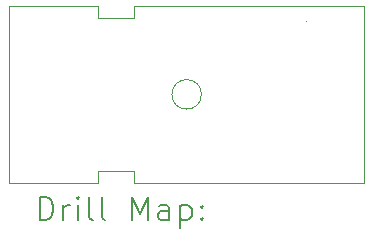
<source format=gbr>
%TF.GenerationSoftware,KiCad,Pcbnew,7.0.5*%
%TF.CreationDate,2024-02-17T16:30:40-06:00*%
%TF.ProjectId,NOTGATE,4e4f5447-4154-4452-9e6b-696361645f70,rev?*%
%TF.SameCoordinates,Original*%
%TF.FileFunction,Drillmap*%
%TF.FilePolarity,Positive*%
%FSLAX45Y45*%
G04 Gerber Fmt 4.5, Leading zero omitted, Abs format (unit mm)*
G04 Created by KiCad (PCBNEW 7.0.5) date 2024-02-17 16:30:40*
%MOMM*%
%LPD*%
G01*
G04 APERTURE LIST*
%ADD10C,0.100000*%
%ADD11C,0.200000*%
G04 APERTURE END LIST*
D10*
X16510000Y-8128000D02*
G75*
G03*
X16510000Y-8128000I0J0D01*
G01*
X14750000Y-8100000D02*
X15050000Y-8100000D01*
X15050000Y-8000000D01*
X17000000Y-8000000D01*
X17000000Y-9500000D01*
X15050000Y-9500000D01*
X15050000Y-9400000D01*
X14750000Y-9400000D01*
X14750000Y-9500000D01*
X14000000Y-9500000D01*
X14000000Y-8000000D01*
X14750000Y-8000000D01*
X14750000Y-8100000D01*
X15625000Y-8750000D02*
G75*
G03*
X15625000Y-8750000I-125000J0D01*
G01*
D11*
X14255777Y-9816484D02*
X14255777Y-9616484D01*
X14255777Y-9616484D02*
X14303396Y-9616484D01*
X14303396Y-9616484D02*
X14331967Y-9626008D01*
X14331967Y-9626008D02*
X14351015Y-9645055D01*
X14351015Y-9645055D02*
X14360539Y-9664103D01*
X14360539Y-9664103D02*
X14370062Y-9702198D01*
X14370062Y-9702198D02*
X14370062Y-9730770D01*
X14370062Y-9730770D02*
X14360539Y-9768865D01*
X14360539Y-9768865D02*
X14351015Y-9787912D01*
X14351015Y-9787912D02*
X14331967Y-9806960D01*
X14331967Y-9806960D02*
X14303396Y-9816484D01*
X14303396Y-9816484D02*
X14255777Y-9816484D01*
X14455777Y-9816484D02*
X14455777Y-9683150D01*
X14455777Y-9721246D02*
X14465301Y-9702198D01*
X14465301Y-9702198D02*
X14474824Y-9692674D01*
X14474824Y-9692674D02*
X14493872Y-9683150D01*
X14493872Y-9683150D02*
X14512920Y-9683150D01*
X14579586Y-9816484D02*
X14579586Y-9683150D01*
X14579586Y-9616484D02*
X14570062Y-9626008D01*
X14570062Y-9626008D02*
X14579586Y-9635531D01*
X14579586Y-9635531D02*
X14589110Y-9626008D01*
X14589110Y-9626008D02*
X14579586Y-9616484D01*
X14579586Y-9616484D02*
X14579586Y-9635531D01*
X14703396Y-9816484D02*
X14684348Y-9806960D01*
X14684348Y-9806960D02*
X14674824Y-9787912D01*
X14674824Y-9787912D02*
X14674824Y-9616484D01*
X14808158Y-9816484D02*
X14789110Y-9806960D01*
X14789110Y-9806960D02*
X14779586Y-9787912D01*
X14779586Y-9787912D02*
X14779586Y-9616484D01*
X15036729Y-9816484D02*
X15036729Y-9616484D01*
X15036729Y-9616484D02*
X15103396Y-9759341D01*
X15103396Y-9759341D02*
X15170062Y-9616484D01*
X15170062Y-9616484D02*
X15170062Y-9816484D01*
X15351015Y-9816484D02*
X15351015Y-9711722D01*
X15351015Y-9711722D02*
X15341491Y-9692674D01*
X15341491Y-9692674D02*
X15322443Y-9683150D01*
X15322443Y-9683150D02*
X15284348Y-9683150D01*
X15284348Y-9683150D02*
X15265301Y-9692674D01*
X15351015Y-9806960D02*
X15331967Y-9816484D01*
X15331967Y-9816484D02*
X15284348Y-9816484D01*
X15284348Y-9816484D02*
X15265301Y-9806960D01*
X15265301Y-9806960D02*
X15255777Y-9787912D01*
X15255777Y-9787912D02*
X15255777Y-9768865D01*
X15255777Y-9768865D02*
X15265301Y-9749817D01*
X15265301Y-9749817D02*
X15284348Y-9740293D01*
X15284348Y-9740293D02*
X15331967Y-9740293D01*
X15331967Y-9740293D02*
X15351015Y-9730770D01*
X15446253Y-9683150D02*
X15446253Y-9883150D01*
X15446253Y-9692674D02*
X15465301Y-9683150D01*
X15465301Y-9683150D02*
X15503396Y-9683150D01*
X15503396Y-9683150D02*
X15522443Y-9692674D01*
X15522443Y-9692674D02*
X15531967Y-9702198D01*
X15531967Y-9702198D02*
X15541491Y-9721246D01*
X15541491Y-9721246D02*
X15541491Y-9778389D01*
X15541491Y-9778389D02*
X15531967Y-9797436D01*
X15531967Y-9797436D02*
X15522443Y-9806960D01*
X15522443Y-9806960D02*
X15503396Y-9816484D01*
X15503396Y-9816484D02*
X15465301Y-9816484D01*
X15465301Y-9816484D02*
X15446253Y-9806960D01*
X15627205Y-9797436D02*
X15636729Y-9806960D01*
X15636729Y-9806960D02*
X15627205Y-9816484D01*
X15627205Y-9816484D02*
X15617682Y-9806960D01*
X15617682Y-9806960D02*
X15627205Y-9797436D01*
X15627205Y-9797436D02*
X15627205Y-9816484D01*
X15627205Y-9692674D02*
X15636729Y-9702198D01*
X15636729Y-9702198D02*
X15627205Y-9711722D01*
X15627205Y-9711722D02*
X15617682Y-9702198D01*
X15617682Y-9702198D02*
X15627205Y-9692674D01*
X15627205Y-9692674D02*
X15627205Y-9711722D01*
M02*

</source>
